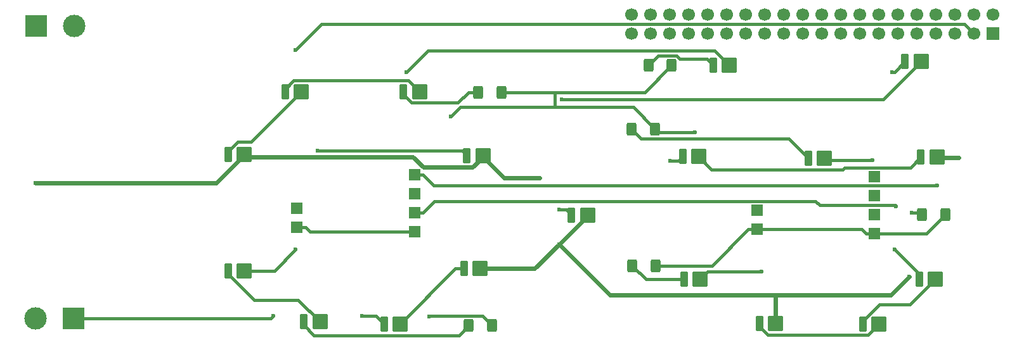
<source format=gbr>
%TF.GenerationSoftware,KiCad,Pcbnew,9.0.2*%
%TF.CreationDate,2025-07-01T15:23:45+02:00*%
%TF.ProjectId,pa-cockpit_door_video,70612d63-6f63-46b7-9069-745f646f6f72,rev?*%
%TF.SameCoordinates,Original*%
%TF.FileFunction,Copper,L1,Top*%
%TF.FilePolarity,Positive*%
%FSLAX46Y46*%
G04 Gerber Fmt 4.6, Leading zero omitted, Abs format (unit mm)*
G04 Created by KiCad (PCBNEW 9.0.2) date 2025-07-01 15:23:45*
%MOMM*%
%LPD*%
G01*
G04 APERTURE LIST*
G04 Aperture macros list*
%AMRoundRect*
0 Rectangle with rounded corners*
0 $1 Rounding radius*
0 $2 $3 $4 $5 $6 $7 $8 $9 X,Y pos of 4 corners*
0 Add a 4 corners polygon primitive as box body*
4,1,4,$2,$3,$4,$5,$6,$7,$8,$9,$2,$3,0*
0 Add four circle primitives for the rounded corners*
1,1,$1+$1,$2,$3*
1,1,$1+$1,$4,$5*
1,1,$1+$1,$6,$7*
1,1,$1+$1,$8,$9*
0 Add four rect primitives between the rounded corners*
20,1,$1+$1,$2,$3,$4,$5,0*
20,1,$1+$1,$4,$5,$6,$7,0*
20,1,$1+$1,$6,$7,$8,$9,0*
20,1,$1+$1,$8,$9,$2,$3,0*%
G04 Aperture macros list end*
%TA.AperFunction,ComponentPad*%
%ADD10R,1.700000X1.700000*%
%TD*%
%TA.AperFunction,ComponentPad*%
%ADD11C,1.700000*%
%TD*%
%TA.AperFunction,ComponentPad*%
%ADD12R,3.000000X3.000000*%
%TD*%
%TA.AperFunction,ComponentPad*%
%ADD13C,3.000000*%
%TD*%
%TA.AperFunction,SMDPad,CuDef*%
%ADD14RoundRect,0.250000X-0.400000X-0.625000X0.400000X-0.625000X0.400000X0.625000X-0.400000X0.625000X0*%
%TD*%
%TA.AperFunction,SMDPad,CuDef*%
%ADD15RoundRect,0.165000X-0.385000X-0.885000X0.385000X-0.885000X0.385000X0.885000X-0.385000X0.885000X0*%
%TD*%
%TA.AperFunction,SMDPad,CuDef*%
%ADD16RoundRect,0.315000X-0.735000X-0.735000X0.735000X-0.735000X0.735000X0.735000X-0.735000X0.735000X0*%
%TD*%
%TA.AperFunction,ComponentPad*%
%ADD17R,1.500000X1.500000*%
%TD*%
%TA.AperFunction,ViaPad*%
%ADD18C,0.600000*%
%TD*%
%TA.AperFunction,Conductor*%
%ADD19C,0.400000*%
%TD*%
%TA.AperFunction,Conductor*%
%ADD20C,0.600000*%
%TD*%
G04 APERTURE END LIST*
D10*
%TO.P,J3,1,Pin_1*%
%TO.N,Net-(J3-Pin_1)*%
X212425000Y-75475000D03*
D11*
%TO.P,J3,2,Pin_2*%
%TO.N,Net-(J3-Pin_2)*%
X212425000Y-72935000D03*
%TO.P,J3,3,Pin_3*%
%TO.N,Net-(J3-Pin_3)*%
X209885000Y-75475000D03*
%TO.P,J3,4,Pin_4*%
%TO.N,Net-(J3-Pin_4)*%
X209885000Y-72935000D03*
%TO.P,J3,5,Pin_5*%
%TO.N,Net-(J3-Pin_5)*%
X207345000Y-75475000D03*
%TO.P,J3,6,Pin_6*%
%TO.N,Net-(J3-Pin_6)*%
X207345000Y-72935000D03*
%TO.P,J3,7,Pin_7*%
%TO.N,unconnected-(J3-Pin_7-Pad7)*%
X204805000Y-75475000D03*
%TO.P,J3,8,Pin_8*%
%TO.N,unconnected-(J3-Pin_8-Pad8)*%
X204805000Y-72935000D03*
%TO.P,J3,9,Pin_9*%
%TO.N,unconnected-(J3-Pin_9-Pad9)*%
X202265000Y-75475000D03*
%TO.P,J3,10,Pin_10*%
%TO.N,unconnected-(J3-Pin_10-Pad10)*%
X202265000Y-72935000D03*
%TO.P,J3,11,Pin_11*%
%TO.N,unconnected-(J3-Pin_11-Pad11)*%
X199725000Y-75475000D03*
%TO.P,J3,12,Pin_12*%
%TO.N,unconnected-(J3-Pin_12-Pad12)*%
X199725000Y-72935000D03*
%TO.P,J3,13,Pin_13*%
%TO.N,unconnected-(J3-Pin_13-Pad13)*%
X197185000Y-75475000D03*
%TO.P,J3,14,Pin_14*%
%TO.N,unconnected-(J3-Pin_14-Pad14)*%
X197185000Y-72935000D03*
%TO.P,J3,15,Pin_15*%
%TO.N,unconnected-(J3-Pin_15-Pad15)*%
X194645000Y-75475000D03*
%TO.P,J3,16,Pin_16*%
%TO.N,unconnected-(J3-Pin_16-Pad16)*%
X194645000Y-72935000D03*
%TO.P,J3,17,Pin_17*%
%TO.N,unconnected-(J3-Pin_17-Pad17)*%
X192105000Y-75475000D03*
%TO.P,J3,18,Pin_18*%
%TO.N,unconnected-(J3-Pin_18-Pad18)*%
X192105000Y-72935000D03*
%TO.P,J3,19,Pin_19*%
%TO.N,unconnected-(J3-Pin_19-Pad19)*%
X189565000Y-75475000D03*
%TO.P,J3,20,Pin_20*%
%TO.N,unconnected-(J3-Pin_20-Pad20)*%
X189565000Y-72935000D03*
%TO.P,J3,21,Pin_21*%
%TO.N,unconnected-(J3-Pin_21-Pad21)*%
X187025000Y-75475000D03*
%TO.P,J3,22,Pin_22*%
%TO.N,unconnected-(J3-Pin_22-Pad22)*%
X187025000Y-72935000D03*
%TO.P,J3,23,Pin_23*%
%TO.N,unconnected-(J3-Pin_23-Pad23)*%
X184485000Y-75475000D03*
%TO.P,J3,24,Pin_24*%
%TO.N,unconnected-(J3-Pin_24-Pad24)*%
X184485000Y-72935000D03*
%TO.P,J3,25,Pin_25*%
%TO.N,unconnected-(J3-Pin_25-Pad25)*%
X181945000Y-75475000D03*
%TO.P,J3,26,Pin_26*%
%TO.N,unconnected-(J3-Pin_26-Pad26)*%
X181945000Y-72935000D03*
%TO.P,J3,27,Pin_27*%
%TO.N,unconnected-(J3-Pin_27-Pad27)*%
X179405000Y-75475000D03*
%TO.P,J3,28,Pin_28*%
%TO.N,unconnected-(J3-Pin_28-Pad28)*%
X179405000Y-72935000D03*
%TO.P,J3,29,Pin_29*%
%TO.N,unconnected-(J3-Pin_29-Pad29)*%
X176865000Y-75475000D03*
%TO.P,J3,30,Pin_30*%
%TO.N,unconnected-(J3-Pin_30-Pad30)*%
X176865000Y-72935000D03*
%TO.P,J3,31,Pin_31*%
%TO.N,unconnected-(J3-Pin_31-Pad31)*%
X174325000Y-75475000D03*
%TO.P,J3,32,Pin_32*%
%TO.N,unconnected-(J3-Pin_32-Pad32)*%
X174325000Y-72935000D03*
%TO.P,J3,33,Pin_33*%
%TO.N,unconnected-(J3-Pin_33-Pad33)*%
X171785000Y-75475000D03*
%TO.P,J3,34,Pin_34*%
%TO.N,unconnected-(J3-Pin_34-Pad34)*%
X171785000Y-72935000D03*
%TO.P,J3,35,Pin_35*%
%TO.N,unconnected-(J3-Pin_35-Pad35)*%
X169245000Y-75475000D03*
%TO.P,J3,36,Pin_36*%
%TO.N,unconnected-(J3-Pin_36-Pad36)*%
X169245000Y-72935000D03*
%TO.P,J3,37,Pin_37*%
%TO.N,unconnected-(J3-Pin_37-Pad37)*%
X166705000Y-75475000D03*
%TO.P,J3,38,Pin_38*%
%TO.N,unconnected-(J3-Pin_38-Pad38)*%
X166705000Y-72935000D03*
%TO.P,J3,39,Pin_39*%
%TO.N,unconnected-(J3-Pin_39-Pad39)*%
X164165000Y-75475000D03*
%TO.P,J3,40,Pin_40*%
%TO.N,unconnected-(J3-Pin_40-Pad40)*%
X164165000Y-72935000D03*
%TD*%
D12*
%TO.P,J2,1,Pin_1*%
%TO.N,GND*%
X89650000Y-113575000D03*
D13*
%TO.P,J2,2,Pin_2*%
%TO.N,+12V*%
X84570000Y-113575000D03*
%TD*%
D14*
%TO.P,R1,1*%
%TO.N,Net-(D3-K)*%
X143650000Y-83300000D03*
%TO.P,R1,2*%
%TO.N,GND*%
X146750000Y-83300000D03*
%TD*%
D15*
%TO.P,D9,1,K*%
%TO.N,Net-(D9-K)*%
X175060000Y-79700000D03*
D16*
%TO.P,D9,2,A*%
%TO.N,Net-(D8-K)*%
X177210000Y-79700000D03*
%TD*%
D15*
%TO.P,D17,1,K*%
%TO.N,Net-(D17-K)*%
X200660000Y-79200000D03*
D16*
%TO.P,D17,2,A*%
%TO.N,Net-(D16-K)*%
X202810000Y-79200000D03*
%TD*%
D14*
%TO.P,R6,1*%
%TO.N,Net-(D18-K)*%
X164150000Y-88200000D03*
%TO.P,R6,2*%
%TO.N,GND*%
X167250000Y-88200000D03*
%TD*%
D17*
%TO.P,KR2,1,+5V_TOP_LED*%
%TO.N,Net-(J3-Pin_4)*%
X196600000Y-94600000D03*
%TO.P,KR2,2,GND_TOP_LED*%
%TO.N,GND*%
X196600000Y-97140000D03*
%TO.P,KR2,3,+5V_BOTTOM_LED*%
%TO.N,Net-(J3-Pin_5)*%
X196600000Y-99680000D03*
%TO.P,KR2,4,GND_BOTTOM_LED*%
%TO.N,GND*%
X196600000Y-102220000D03*
%TO.P,KR2,5,SW_IN*%
%TO.N,Net-(J3-Pin_6)*%
X180900000Y-99100000D03*
%TO.P,KR2,6,SW_OUT*%
%TO.N,GND*%
X180900000Y-101640000D03*
%TD*%
D15*
%TO.P,D16,1,K*%
%TO.N,Net-(D16-K)*%
X156125000Y-99725000D03*
D16*
%TO.P,D16,2,A*%
%TO.N,+12V*%
X158275000Y-99725000D03*
%TD*%
D15*
%TO.P,D2,1,K*%
%TO.N,Net-(D2-K)*%
X117885000Y-83200000D03*
D16*
%TO.P,D2,2,A*%
%TO.N,Net-(D1-K)*%
X120035000Y-83200000D03*
%TD*%
D14*
%TO.P,R4,1*%
%TO.N,Net-(D12-K)*%
X164250000Y-106500000D03*
%TO.P,R4,2*%
%TO.N,GND*%
X167350000Y-106500000D03*
%TD*%
D15*
%TO.P,D12,1,K*%
%TO.N,Net-(D12-K)*%
X171160000Y-108300000D03*
D16*
%TO.P,D12,2,A*%
%TO.N,Net-(D11-K)*%
X173310000Y-108300000D03*
%TD*%
D14*
%TO.P,R2,1*%
%TO.N,Net-(D6-K)*%
X142400000Y-114500000D03*
%TO.P,R2,2*%
%TO.N,GND*%
X145500000Y-114500000D03*
%TD*%
D15*
%TO.P,D10,1,K*%
%TO.N,Net-(D10-K)*%
X202760000Y-92000000D03*
D16*
%TO.P,D10,2,A*%
%TO.N,+12V*%
X204910000Y-92000000D03*
%TD*%
D15*
%TO.P,D6,1,K*%
%TO.N,Net-(D6-K)*%
X120385000Y-114000000D03*
D16*
%TO.P,D6,2,A*%
%TO.N,Net-(D5-K)*%
X122535000Y-114000000D03*
%TD*%
D15*
%TO.P,D5,1,K*%
%TO.N,Net-(D5-K)*%
X110260000Y-107200000D03*
D16*
%TO.P,D5,2,A*%
%TO.N,Net-(D4-K)*%
X112410000Y-107200000D03*
%TD*%
D15*
%TO.P,D7,1,K*%
%TO.N,Net-(D7-K)*%
X141760000Y-106900000D03*
D16*
%TO.P,D7,2,A*%
%TO.N,+12V*%
X143910000Y-106900000D03*
%TD*%
D15*
%TO.P,D1,1,K*%
%TO.N,Net-(D1-K)*%
X110260000Y-91600000D03*
D16*
%TO.P,D1,2,A*%
%TO.N,+12V*%
X112410000Y-91600000D03*
%TD*%
D15*
%TO.P,D3,1,K*%
%TO.N,Net-(D3-K)*%
X133685000Y-83200000D03*
D16*
%TO.P,D3,2,A*%
%TO.N,Net-(D2-K)*%
X135835000Y-83200000D03*
%TD*%
D15*
%TO.P,D18,1,K*%
%TO.N,Net-(D18-K)*%
X187760000Y-92100000D03*
D16*
%TO.P,D18,2,A*%
%TO.N,Net-(D17-K)*%
X189910000Y-92100000D03*
%TD*%
D15*
%TO.P,D14,1,K*%
%TO.N,Net-(D14-K)*%
X195050000Y-114300000D03*
D16*
%TO.P,D14,2,A*%
%TO.N,Net-(D13-K)*%
X197200000Y-114300000D03*
%TD*%
D15*
%TO.P,D13,1,K*%
%TO.N,Net-(D13-K)*%
X181250000Y-114200000D03*
D16*
%TO.P,D13,2,A*%
%TO.N,+12V*%
X183400000Y-114200000D03*
%TD*%
D17*
%TO.P,KR1,1,+5V_TOP_LED*%
%TO.N,Net-(J3-Pin_1)*%
X135150000Y-94350000D03*
%TO.P,KR1,2,GND_TOP_LED*%
%TO.N,GND*%
X135150000Y-96890000D03*
%TO.P,KR1,3,+5V_BOTTOM_LED*%
%TO.N,Net-(J3-Pin_2)*%
X135150000Y-99430000D03*
%TO.P,KR1,4,GND_BOTTOM_LED*%
%TO.N,GND*%
X135150000Y-101970000D03*
%TO.P,KR1,5,SW_IN*%
%TO.N,Net-(J3-Pin_3)*%
X119450000Y-98850000D03*
%TO.P,KR1,6,SW_OUT*%
%TO.N,GND*%
X119450000Y-101390000D03*
%TD*%
D15*
%TO.P,D11,1,K*%
%TO.N,Net-(D11-K)*%
X170960000Y-91900000D03*
D16*
%TO.P,D11,2,A*%
%TO.N,Net-(D10-K)*%
X173110000Y-91900000D03*
%TD*%
D14*
%TO.P,R5,1*%
%TO.N,Net-(D15-K)*%
X202950000Y-99700000D03*
%TO.P,R5,2*%
%TO.N,GND*%
X206050000Y-99700000D03*
%TD*%
D15*
%TO.P,D4,1,K*%
%TO.N,Net-(D4-K)*%
X142160000Y-91800000D03*
D16*
%TO.P,D4,2,A*%
%TO.N,+12V*%
X144310000Y-91800000D03*
%TD*%
D15*
%TO.P,D15,1,K*%
%TO.N,Net-(D15-K)*%
X202560000Y-108300000D03*
D16*
%TO.P,D15,2,A*%
%TO.N,Net-(D14-K)*%
X204710000Y-108300000D03*
%TD*%
D15*
%TO.P,D8,1,K*%
%TO.N,Net-(D8-K)*%
X131085000Y-114300000D03*
D16*
%TO.P,D8,2,A*%
%TO.N,Net-(D7-K)*%
X133235000Y-114300000D03*
%TD*%
D14*
%TO.P,R3,1*%
%TO.N,Net-(D9-K)*%
X166400000Y-79700000D03*
%TO.P,R3,2*%
%TO.N,GND*%
X169500000Y-79700000D03*
%TD*%
D12*
%TO.P,J1,1,Pin_1*%
%TO.N,GND*%
X84620000Y-74400000D03*
D13*
%TO.P,J1,2,Pin_2*%
%TO.N,+12V*%
X89700000Y-74400000D03*
%TD*%
D18*
%TO.N,Net-(D17-K)*%
X198965700Y-80590000D03*
X196340300Y-92415400D03*
%TO.N,Net-(D16-K)*%
X154854100Y-84271600D03*
X154473400Y-98991900D03*
%TO.N,Net-(J3-Pin_1)*%
X204912500Y-95751700D03*
%TO.N,Net-(J3-Pin_2)*%
X199477400Y-98576600D03*
%TO.N,Net-(J3-Pin_3)*%
X119294500Y-77621200D03*
%TO.N,GND*%
X140037600Y-86527600D03*
X137132100Y-113304600D03*
X172633900Y-88645400D03*
X116331200Y-113246800D03*
%TO.N,Net-(D15-K)*%
X199303600Y-104340400D03*
X201542100Y-99429200D03*
%TO.N,Net-(D11-K)*%
X181523800Y-107309200D03*
X169299200Y-92465200D03*
%TO.N,Net-(D8-K)*%
X134111000Y-80590000D03*
X128184400Y-113246800D03*
%TO.N,Net-(D4-K)*%
X119294500Y-104340400D03*
X122257800Y-91140400D03*
%TO.N,+12V*%
X154473400Y-103638000D03*
X151890800Y-94750600D03*
X84570000Y-95434000D03*
X201244300Y-107953800D03*
X207800600Y-92069600D03*
%TD*%
D19*
%TO.N,Net-(D18-K)*%
X185138900Y-89478900D02*
X187760000Y-92100000D01*
X165428900Y-89478900D02*
X185138900Y-89478900D01*
X164150000Y-88200000D02*
X165428900Y-89478900D01*
%TO.N,Net-(D17-K)*%
X199270000Y-80590000D02*
X198965700Y-80590000D01*
X200660000Y-79200000D02*
X199270000Y-80590000D01*
X190225400Y-92415400D02*
X189910000Y-92100000D01*
X196340300Y-92415400D02*
X190225400Y-92415400D01*
%TO.N,Net-(D16-K)*%
X197738400Y-84271600D02*
X154854100Y-84271600D01*
X202810000Y-79200000D02*
X197738400Y-84271600D01*
X155391900Y-98991900D02*
X156125000Y-99725000D01*
X154473400Y-98991900D02*
X155391900Y-98991900D01*
%TO.N,Net-(J3-Pin_1)*%
X137703400Y-95751700D02*
X204912500Y-95751700D01*
X136301700Y-94350000D02*
X137703400Y-95751700D01*
X135150000Y-94350000D02*
X136301700Y-94350000D01*
%TO.N,Net-(J3-Pin_2)*%
X137835000Y-97896700D02*
X136301700Y-99430000D01*
X188729400Y-97896700D02*
X137835000Y-97896700D01*
X189256500Y-98423800D02*
X188729400Y-97896700D01*
X199324600Y-98423800D02*
X189256500Y-98423800D01*
X199477400Y-98576600D02*
X199324600Y-98423800D01*
X135150000Y-99430000D02*
X136301700Y-99430000D01*
%TO.N,Net-(J3-Pin_3)*%
X208615000Y-74205000D02*
X209885000Y-75475000D01*
X122710700Y-74205000D02*
X208615000Y-74205000D01*
X119294500Y-77621200D02*
X122710700Y-74205000D01*
%TO.N,GND*%
X194868300Y-101640000D02*
X195448300Y-102220000D01*
X180900000Y-101640000D02*
X194868300Y-101640000D01*
X196024200Y-102220000D02*
X195448300Y-102220000D01*
X196024200Y-102220000D02*
X196600000Y-102220000D01*
X203530000Y-102220000D02*
X206050000Y-99700000D01*
X196600000Y-102220000D02*
X203530000Y-102220000D01*
X119450000Y-101390000D02*
X120601700Y-101390000D01*
X121181700Y-101970000D02*
X135150000Y-101970000D01*
X120601700Y-101390000D02*
X121181700Y-101970000D01*
X180900000Y-101640000D02*
X179748300Y-101640000D01*
X174888300Y-106500000D02*
X167350000Y-106500000D01*
X179748300Y-101640000D02*
X174888300Y-106500000D01*
X165900000Y-83300000D02*
X153868400Y-83300000D01*
X169500000Y-79700000D02*
X165900000Y-83300000D01*
X153868400Y-83300000D02*
X146750000Y-83300000D01*
X164357500Y-85307500D02*
X153868400Y-85307500D01*
X167250000Y-88200000D02*
X164357500Y-85307500D01*
X153868400Y-85307500D02*
X153868400Y-83300000D01*
X141257700Y-85307500D02*
X140037600Y-86527600D01*
X153868400Y-85307500D02*
X141257700Y-85307500D01*
X137231900Y-113204800D02*
X137132100Y-113304600D01*
X144204800Y-113204800D02*
X137231900Y-113204800D01*
X145500000Y-114500000D02*
X144204800Y-113204800D01*
X167695400Y-88645400D02*
X167250000Y-88200000D01*
X172633900Y-88645400D02*
X167695400Y-88645400D01*
X116003000Y-113575000D02*
X89650000Y-113575000D01*
X116331200Y-113246800D02*
X116003000Y-113575000D01*
%TO.N,Net-(D15-K)*%
X202679200Y-99429200D02*
X202950000Y-99700000D01*
X201542100Y-99429200D02*
X202679200Y-99429200D01*
X202560000Y-107596800D02*
X199303600Y-104340400D01*
X202560000Y-108300000D02*
X202560000Y-107596800D01*
%TO.N,Net-(D14-K)*%
X195050000Y-113892700D02*
X195050000Y-114300000D01*
X197248400Y-111694300D02*
X195050000Y-113892700D01*
X201315700Y-111694300D02*
X197248400Y-111694300D01*
X204710000Y-108300000D02*
X201315700Y-111694300D01*
%TO.N,Net-(D13-K)*%
X181250000Y-114633700D02*
X181250000Y-114200000D01*
X182387900Y-115771600D02*
X181250000Y-114633700D01*
X195728400Y-115771600D02*
X182387900Y-115771600D01*
X197200000Y-114300000D02*
X195728400Y-115771600D01*
%TO.N,Net-(D12-K)*%
X166050000Y-108300000D02*
X171160000Y-108300000D01*
X164250000Y-106500000D02*
X166050000Y-108300000D01*
%TO.N,Net-(D11-K)*%
X174300800Y-107309200D02*
X181523800Y-107309200D01*
X173310000Y-108300000D02*
X174300800Y-107309200D01*
X170394800Y-92465200D02*
X170960000Y-91900000D01*
X169299200Y-92465200D02*
X170394800Y-92465200D01*
%TO.N,Net-(D10-K)*%
X201394400Y-93365600D02*
X202760000Y-92000000D01*
X192558600Y-93365600D02*
X201394400Y-93365600D01*
X192309600Y-93614600D02*
X192558600Y-93365600D01*
X174824600Y-93614600D02*
X192309600Y-93614600D01*
X173110000Y-91900000D02*
X174824600Y-93614600D01*
%TO.N,Net-(D9-K)*%
X174184800Y-78824800D02*
X175060000Y-79700000D01*
X170572600Y-78824800D02*
X174184800Y-78824800D01*
X170572600Y-78824700D02*
X170572600Y-78824800D01*
X170122500Y-78374600D02*
X170572600Y-78824700D01*
X167725400Y-78374600D02*
X170122500Y-78374600D01*
X166400000Y-79700000D02*
X167725400Y-78374600D01*
%TO.N,Net-(D8-K)*%
X130031800Y-113246800D02*
X131085000Y-114300000D01*
X128184400Y-113246800D02*
X130031800Y-113246800D01*
X136990000Y-77711000D02*
X134111000Y-80590000D01*
X175221000Y-77711000D02*
X136990000Y-77711000D01*
X177210000Y-79700000D02*
X175221000Y-77711000D01*
%TO.N,Net-(D7-K)*%
X140635000Y-106900000D02*
X133235000Y-114300000D01*
X141760000Y-106900000D02*
X140635000Y-106900000D01*
%TO.N,Net-(D6-K)*%
X141090400Y-115809600D02*
X142400000Y-114500000D01*
X121758400Y-115809600D02*
X141090400Y-115809600D01*
X120385000Y-114436200D02*
X121758400Y-115809600D01*
X120385000Y-114000000D02*
X120385000Y-114436200D01*
%TO.N,Net-(D5-K)*%
X119623700Y-111088700D02*
X122535000Y-114000000D01*
X113745100Y-111088700D02*
X119623700Y-111088700D01*
X110260000Y-107603600D02*
X113745100Y-111088700D01*
X110260000Y-107200000D02*
X110260000Y-107603600D01*
%TO.N,Net-(D4-K)*%
X116434900Y-107200000D02*
X119294500Y-104340400D01*
X112410000Y-107200000D02*
X116434900Y-107200000D01*
X141500400Y-91140400D02*
X142160000Y-91800000D01*
X122257800Y-91140400D02*
X141500400Y-91140400D01*
%TO.N,Net-(D3-K)*%
X133685000Y-83603600D02*
X133685000Y-83200000D01*
X134788700Y-84707300D02*
X133685000Y-83603600D01*
X140958600Y-84707300D02*
X134788700Y-84707300D01*
X142365900Y-83300000D02*
X140958600Y-84707300D01*
X143650000Y-83300000D02*
X142365900Y-83300000D01*
%TO.N,Net-(D2-K)*%
X134379500Y-81744500D02*
X135835000Y-83200000D01*
X119011200Y-81744500D02*
X134379500Y-81744500D01*
X117885000Y-82870700D02*
X119011200Y-81744500D01*
X117885000Y-83200000D02*
X117885000Y-82870700D01*
D20*
%TO.N,+12V*%
X158275000Y-99836400D02*
X158275000Y-99725000D01*
X154473400Y-103638000D02*
X158275000Y-99836400D01*
X147138200Y-94750600D02*
X144310000Y-91922400D01*
X151890800Y-94750600D02*
X147138200Y-94750600D01*
X144310000Y-91800000D02*
X144310000Y-91922400D01*
X142878500Y-93353900D02*
X144310000Y-91922400D01*
X136363500Y-93353900D02*
X142878500Y-93353900D01*
X134951700Y-91942100D02*
X136363500Y-93353900D01*
X112752100Y-91942100D02*
X134951700Y-91942100D01*
X112410000Y-91600000D02*
X112752100Y-91942100D01*
X151211400Y-106900000D02*
X154473400Y-103638000D01*
X143910000Y-106900000D02*
X151211400Y-106900000D01*
X112410000Y-91725500D02*
X112410000Y-91600000D01*
X108701500Y-95434000D02*
X112410000Y-91725500D01*
X84570000Y-95434000D02*
X108701500Y-95434000D01*
X161239400Y-110404000D02*
X183400000Y-110404000D01*
X154473400Y-103638000D02*
X161239400Y-110404000D01*
X204979600Y-92069600D02*
X204910000Y-92000000D01*
X207800600Y-92069600D02*
X204979600Y-92069600D01*
X183400000Y-114200000D02*
X183400000Y-110404000D01*
X198794100Y-110404000D02*
X201244300Y-107953800D01*
X183400000Y-110404000D02*
X198794100Y-110404000D01*
D19*
%TO.N,Net-(D1-K)*%
X113328700Y-89906300D02*
X120035000Y-83200000D01*
X111550100Y-89906300D02*
X113328700Y-89906300D01*
X110260000Y-91196400D02*
X111550100Y-89906300D01*
X110260000Y-91600000D02*
X110260000Y-91196400D01*
%TD*%
M02*

</source>
